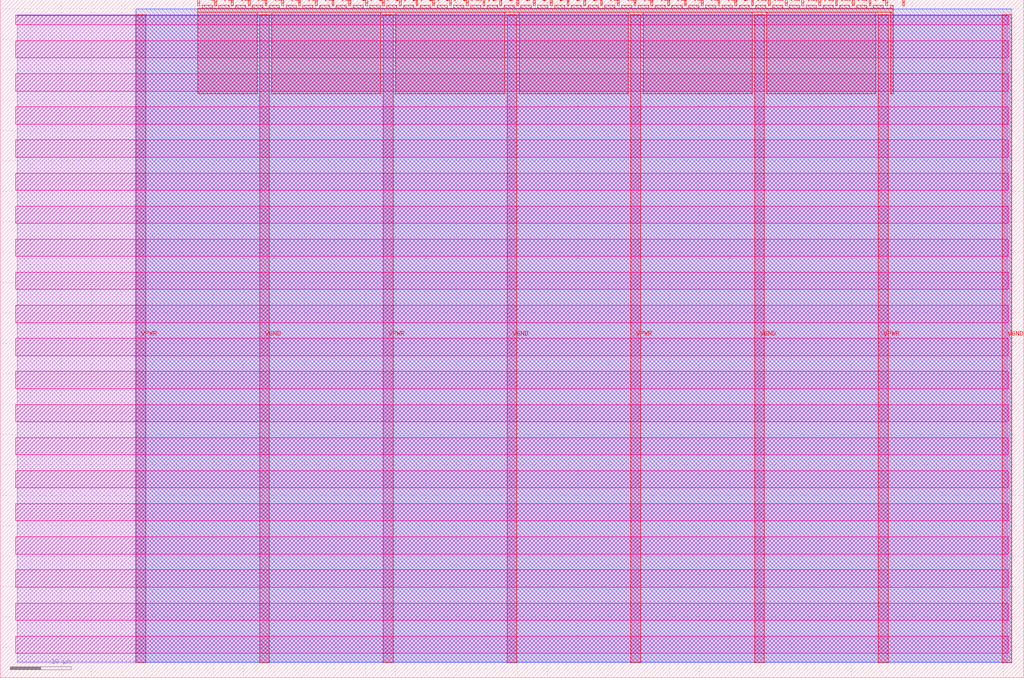
<source format=lef>
VERSION 5.7 ;
  NOWIREEXTENSIONATPIN ON ;
  DIVIDERCHAR "/" ;
  BUSBITCHARS "[]" ;
MACRO tt_um_wokwi_380408594272345089
  CLASS BLOCK ;
  FOREIGN tt_um_wokwi_380408594272345089 ;
  ORIGIN 0.000 0.000 ;
  SIZE 168.360 BY 111.520 ;
  PIN VGND
    DIRECTION INOUT ;
    USE GROUND ;
    PORT
      LAYER met4 ;
        RECT 42.670 2.480 44.270 109.040 ;
    END
    PORT
      LAYER met4 ;
        RECT 83.380 2.480 84.980 109.040 ;
    END
    PORT
      LAYER met4 ;
        RECT 124.090 2.480 125.690 109.040 ;
    END
    PORT
      LAYER met4 ;
        RECT 164.800 2.480 166.400 109.040 ;
    END
  END VGND
  PIN VPWR
    DIRECTION INOUT ;
    USE POWER ;
    PORT
      LAYER met4 ;
        RECT 22.315 2.480 23.915 109.040 ;
    END
    PORT
      LAYER met4 ;
        RECT 63.025 2.480 64.625 109.040 ;
    END
    PORT
      LAYER met4 ;
        RECT 103.735 2.480 105.335 109.040 ;
    END
    PORT
      LAYER met4 ;
        RECT 144.445 2.480 146.045 109.040 ;
    END
  END VPWR
  PIN clk
    DIRECTION INPUT ;
    USE SIGNAL ;
    ANTENNAGATEAREA 0.159000 ;
    PORT
      LAYER met4 ;
        RECT 145.670 110.520 145.970 111.520 ;
    END
  END clk
  PIN ena
    DIRECTION INPUT ;
    USE SIGNAL ;
    PORT
      LAYER met4 ;
        RECT 148.430 110.520 148.730 111.520 ;
    END
  END ena
  PIN rst_n
    DIRECTION INPUT ;
    USE SIGNAL ;
    PORT
      LAYER met4 ;
        RECT 142.910 110.520 143.210 111.520 ;
    END
  END rst_n
  PIN ui_in[0]
    DIRECTION INPUT ;
    USE SIGNAL ;
    PORT
      LAYER met4 ;
        RECT 140.150 110.520 140.450 111.520 ;
    END
  END ui_in[0]
  PIN ui_in[1]
    DIRECTION INPUT ;
    USE SIGNAL ;
    PORT
      LAYER met4 ;
        RECT 137.390 110.520 137.690 111.520 ;
    END
  END ui_in[1]
  PIN ui_in[2]
    DIRECTION INPUT ;
    USE SIGNAL ;
    PORT
      LAYER met4 ;
        RECT 134.630 110.520 134.930 111.520 ;
    END
  END ui_in[2]
  PIN ui_in[3]
    DIRECTION INPUT ;
    USE SIGNAL ;
    PORT
      LAYER met4 ;
        RECT 131.870 110.520 132.170 111.520 ;
    END
  END ui_in[3]
  PIN ui_in[4]
    DIRECTION INPUT ;
    USE SIGNAL ;
    PORT
      LAYER met4 ;
        RECT 129.110 110.520 129.410 111.520 ;
    END
  END ui_in[4]
  PIN ui_in[5]
    DIRECTION INPUT ;
    USE SIGNAL ;
    PORT
      LAYER met4 ;
        RECT 126.350 110.520 126.650 111.520 ;
    END
  END ui_in[5]
  PIN ui_in[6]
    DIRECTION INPUT ;
    USE SIGNAL ;
    PORT
      LAYER met4 ;
        RECT 123.590 110.520 123.890 111.520 ;
    END
  END ui_in[6]
  PIN ui_in[7]
    DIRECTION INPUT ;
    USE SIGNAL ;
    PORT
      LAYER met4 ;
        RECT 120.830 110.520 121.130 111.520 ;
    END
  END ui_in[7]
  PIN uio_in[0]
    DIRECTION INPUT ;
    USE SIGNAL ;
    PORT
      LAYER met4 ;
        RECT 118.070 110.520 118.370 111.520 ;
    END
  END uio_in[0]
  PIN uio_in[1]
    DIRECTION INPUT ;
    USE SIGNAL ;
    PORT
      LAYER met4 ;
        RECT 115.310 110.520 115.610 111.520 ;
    END
  END uio_in[1]
  PIN uio_in[2]
    DIRECTION INPUT ;
    USE SIGNAL ;
    PORT
      LAYER met4 ;
        RECT 112.550 110.520 112.850 111.520 ;
    END
  END uio_in[2]
  PIN uio_in[3]
    DIRECTION INPUT ;
    USE SIGNAL ;
    PORT
      LAYER met4 ;
        RECT 109.790 110.520 110.090 111.520 ;
    END
  END uio_in[3]
  PIN uio_in[4]
    DIRECTION INPUT ;
    USE SIGNAL ;
    PORT
      LAYER met4 ;
        RECT 107.030 110.520 107.330 111.520 ;
    END
  END uio_in[4]
  PIN uio_in[5]
    DIRECTION INPUT ;
    USE SIGNAL ;
    PORT
      LAYER met4 ;
        RECT 104.270 110.520 104.570 111.520 ;
    END
  END uio_in[5]
  PIN uio_in[6]
    DIRECTION INPUT ;
    USE SIGNAL ;
    PORT
      LAYER met4 ;
        RECT 101.510 110.520 101.810 111.520 ;
    END
  END uio_in[6]
  PIN uio_in[7]
    DIRECTION INPUT ;
    USE SIGNAL ;
    PORT
      LAYER met4 ;
        RECT 98.750 110.520 99.050 111.520 ;
    END
  END uio_in[7]
  PIN uio_oe[0]
    DIRECTION OUTPUT TRISTATE ;
    USE SIGNAL ;
    PORT
      LAYER met4 ;
        RECT 51.830 110.520 52.130 111.520 ;
    END
  END uio_oe[0]
  PIN uio_oe[1]
    DIRECTION OUTPUT TRISTATE ;
    USE SIGNAL ;
    PORT
      LAYER met4 ;
        RECT 49.070 110.520 49.370 111.520 ;
    END
  END uio_oe[1]
  PIN uio_oe[2]
    DIRECTION OUTPUT TRISTATE ;
    USE SIGNAL ;
    PORT
      LAYER met4 ;
        RECT 46.310 110.520 46.610 111.520 ;
    END
  END uio_oe[2]
  PIN uio_oe[3]
    DIRECTION OUTPUT TRISTATE ;
    USE SIGNAL ;
    PORT
      LAYER met4 ;
        RECT 43.550 110.520 43.850 111.520 ;
    END
  END uio_oe[3]
  PIN uio_oe[4]
    DIRECTION OUTPUT TRISTATE ;
    USE SIGNAL ;
    PORT
      LAYER met4 ;
        RECT 40.790 110.520 41.090 111.520 ;
    END
  END uio_oe[4]
  PIN uio_oe[5]
    DIRECTION OUTPUT TRISTATE ;
    USE SIGNAL ;
    PORT
      LAYER met4 ;
        RECT 38.030 110.520 38.330 111.520 ;
    END
  END uio_oe[5]
  PIN uio_oe[6]
    DIRECTION OUTPUT TRISTATE ;
    USE SIGNAL ;
    PORT
      LAYER met4 ;
        RECT 35.270 110.520 35.570 111.520 ;
    END
  END uio_oe[6]
  PIN uio_oe[7]
    DIRECTION OUTPUT TRISTATE ;
    USE SIGNAL ;
    PORT
      LAYER met4 ;
        RECT 32.510 110.520 32.810 111.520 ;
    END
  END uio_oe[7]
  PIN uio_out[0]
    DIRECTION OUTPUT TRISTATE ;
    USE SIGNAL ;
    PORT
      LAYER met4 ;
        RECT 73.910 110.520 74.210 111.520 ;
    END
  END uio_out[0]
  PIN uio_out[1]
    DIRECTION OUTPUT TRISTATE ;
    USE SIGNAL ;
    PORT
      LAYER met4 ;
        RECT 71.150 110.520 71.450 111.520 ;
    END
  END uio_out[1]
  PIN uio_out[2]
    DIRECTION OUTPUT TRISTATE ;
    USE SIGNAL ;
    PORT
      LAYER met4 ;
        RECT 68.390 110.520 68.690 111.520 ;
    END
  END uio_out[2]
  PIN uio_out[3]
    DIRECTION OUTPUT TRISTATE ;
    USE SIGNAL ;
    PORT
      LAYER met4 ;
        RECT 65.630 110.520 65.930 111.520 ;
    END
  END uio_out[3]
  PIN uio_out[4]
    DIRECTION OUTPUT TRISTATE ;
    USE SIGNAL ;
    PORT
      LAYER met4 ;
        RECT 62.870 110.520 63.170 111.520 ;
    END
  END uio_out[4]
  PIN uio_out[5]
    DIRECTION OUTPUT TRISTATE ;
    USE SIGNAL ;
    PORT
      LAYER met4 ;
        RECT 60.110 110.520 60.410 111.520 ;
    END
  END uio_out[5]
  PIN uio_out[6]
    DIRECTION OUTPUT TRISTATE ;
    USE SIGNAL ;
    PORT
      LAYER met4 ;
        RECT 57.350 110.520 57.650 111.520 ;
    END
  END uio_out[6]
  PIN uio_out[7]
    DIRECTION OUTPUT TRISTATE ;
    USE SIGNAL ;
    PORT
      LAYER met4 ;
        RECT 54.590 110.520 54.890 111.520 ;
    END
  END uio_out[7]
  PIN uo_out[0]
    DIRECTION OUTPUT TRISTATE ;
    USE SIGNAL ;
    ANTENNADIFFAREA 0.795200 ;
    PORT
      LAYER met4 ;
        RECT 95.990 110.520 96.290 111.520 ;
    END
  END uo_out[0]
  PIN uo_out[1]
    DIRECTION OUTPUT TRISTATE ;
    USE SIGNAL ;
    ANTENNADIFFAREA 0.445500 ;
    PORT
      LAYER met4 ;
        RECT 93.230 110.520 93.530 111.520 ;
    END
  END uo_out[1]
  PIN uo_out[2]
    DIRECTION OUTPUT TRISTATE ;
    USE SIGNAL ;
    ANTENNADIFFAREA 0.445500 ;
    PORT
      LAYER met4 ;
        RECT 90.470 110.520 90.770 111.520 ;
    END
  END uo_out[2]
  PIN uo_out[3]
    DIRECTION OUTPUT TRISTATE ;
    USE SIGNAL ;
    ANTENNADIFFAREA 0.445500 ;
    PORT
      LAYER met4 ;
        RECT 87.710 110.520 88.010 111.520 ;
    END
  END uo_out[3]
  PIN uo_out[4]
    DIRECTION OUTPUT TRISTATE ;
    USE SIGNAL ;
    ANTENNADIFFAREA 0.445500 ;
    PORT
      LAYER met4 ;
        RECT 84.950 110.520 85.250 111.520 ;
    END
  END uo_out[4]
  PIN uo_out[5]
    DIRECTION OUTPUT TRISTATE ;
    USE SIGNAL ;
    ANTENNADIFFAREA 0.445500 ;
    PORT
      LAYER met4 ;
        RECT 82.190 110.520 82.490 111.520 ;
    END
  END uo_out[5]
  PIN uo_out[6]
    DIRECTION OUTPUT TRISTATE ;
    USE SIGNAL ;
    ANTENNADIFFAREA 0.445500 ;
    PORT
      LAYER met4 ;
        RECT 79.430 110.520 79.730 111.520 ;
    END
  END uo_out[6]
  PIN uo_out[7]
    DIRECTION OUTPUT TRISTATE ;
    USE SIGNAL ;
    ANTENNADIFFAREA 0.795200 ;
    PORT
      LAYER met4 ;
        RECT 76.670 110.520 76.970 111.520 ;
    END
  END uo_out[7]
  OBS
      LAYER nwell ;
        RECT 2.570 107.385 165.790 108.990 ;
        RECT 2.570 101.945 165.790 104.775 ;
        RECT 2.570 96.505 165.790 99.335 ;
        RECT 2.570 91.065 165.790 93.895 ;
        RECT 2.570 85.625 165.790 88.455 ;
        RECT 2.570 80.185 165.790 83.015 ;
        RECT 2.570 74.745 165.790 77.575 ;
        RECT 2.570 69.305 165.790 72.135 ;
        RECT 2.570 63.865 165.790 66.695 ;
        RECT 2.570 58.425 165.790 61.255 ;
        RECT 2.570 52.985 165.790 55.815 ;
        RECT 2.570 47.545 165.790 50.375 ;
        RECT 2.570 42.105 165.790 44.935 ;
        RECT 2.570 36.665 165.790 39.495 ;
        RECT 2.570 31.225 165.790 34.055 ;
        RECT 2.570 25.785 165.790 28.615 ;
        RECT 2.570 20.345 165.790 23.175 ;
        RECT 2.570 14.905 165.790 17.735 ;
        RECT 2.570 9.465 165.790 12.295 ;
        RECT 2.570 4.025 165.790 6.855 ;
      LAYER li1 ;
        RECT 2.760 2.635 165.600 108.885 ;
      LAYER met1 ;
        RECT 2.760 2.480 166.400 109.040 ;
      LAYER met2 ;
        RECT 22.345 2.535 166.370 110.005 ;
      LAYER met3 ;
        RECT 22.325 2.555 166.390 109.985 ;
      LAYER met4 ;
        RECT 33.210 110.120 34.870 110.650 ;
        RECT 35.970 110.120 37.630 110.650 ;
        RECT 38.730 110.120 40.390 110.650 ;
        RECT 41.490 110.120 43.150 110.650 ;
        RECT 44.250 110.120 45.910 110.650 ;
        RECT 47.010 110.120 48.670 110.650 ;
        RECT 49.770 110.120 51.430 110.650 ;
        RECT 52.530 110.120 54.190 110.650 ;
        RECT 55.290 110.120 56.950 110.650 ;
        RECT 58.050 110.120 59.710 110.650 ;
        RECT 60.810 110.120 62.470 110.650 ;
        RECT 63.570 110.120 65.230 110.650 ;
        RECT 66.330 110.120 67.990 110.650 ;
        RECT 69.090 110.120 70.750 110.650 ;
        RECT 71.850 110.120 73.510 110.650 ;
        RECT 74.610 110.120 76.270 110.650 ;
        RECT 77.370 110.120 79.030 110.650 ;
        RECT 80.130 110.120 81.790 110.650 ;
        RECT 82.890 110.120 84.550 110.650 ;
        RECT 85.650 110.120 87.310 110.650 ;
        RECT 88.410 110.120 90.070 110.650 ;
        RECT 91.170 110.120 92.830 110.650 ;
        RECT 93.930 110.120 95.590 110.650 ;
        RECT 96.690 110.120 98.350 110.650 ;
        RECT 99.450 110.120 101.110 110.650 ;
        RECT 102.210 110.120 103.870 110.650 ;
        RECT 104.970 110.120 106.630 110.650 ;
        RECT 107.730 110.120 109.390 110.650 ;
        RECT 110.490 110.120 112.150 110.650 ;
        RECT 113.250 110.120 114.910 110.650 ;
        RECT 116.010 110.120 117.670 110.650 ;
        RECT 118.770 110.120 120.430 110.650 ;
        RECT 121.530 110.120 123.190 110.650 ;
        RECT 124.290 110.120 125.950 110.650 ;
        RECT 127.050 110.120 128.710 110.650 ;
        RECT 129.810 110.120 131.470 110.650 ;
        RECT 132.570 110.120 134.230 110.650 ;
        RECT 135.330 110.120 136.990 110.650 ;
        RECT 138.090 110.120 139.750 110.650 ;
        RECT 140.850 110.120 142.510 110.650 ;
        RECT 143.610 110.120 145.270 110.650 ;
        RECT 146.370 110.120 146.905 110.650 ;
        RECT 32.495 109.440 146.905 110.120 ;
        RECT 32.495 96.055 42.270 109.440 ;
        RECT 44.670 96.055 62.625 109.440 ;
        RECT 65.025 96.055 82.980 109.440 ;
        RECT 85.380 96.055 103.335 109.440 ;
        RECT 105.735 96.055 123.690 109.440 ;
        RECT 126.090 96.055 144.045 109.440 ;
        RECT 146.445 96.055 146.905 109.440 ;
  END
END tt_um_wokwi_380408594272345089
END LIBRARY


</source>
